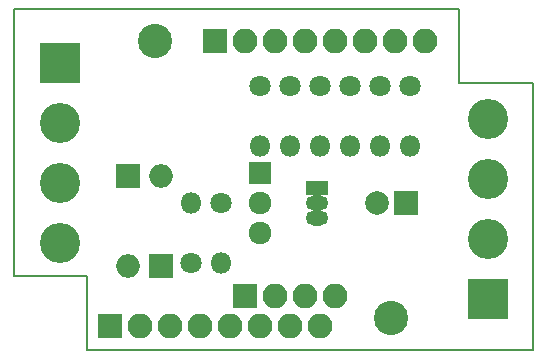
<source format=gbs>
G04 #@! TF.GenerationSoftware,KiCad,Pcbnew,5.1.4+dfsg1-1*
G04 #@! TF.CreationDate,2020-08-30T00:54:54+02:00*
G04 #@! TF.ProjectId,C64Saver2,43363453-6176-4657-9232-2e6b69636164,rev?*
G04 #@! TF.SameCoordinates,Original*
G04 #@! TF.FileFunction,Soldermask,Bot*
G04 #@! TF.FilePolarity,Negative*
%FSLAX46Y46*%
G04 Gerber Fmt 4.6, Leading zero omitted, Abs format (unit mm)*
G04 Created by KiCad (PCBNEW 5.1.4+dfsg1-1) date 2020-08-30 00:54:54*
%MOMM*%
%LPD*%
G04 APERTURE LIST*
%ADD10C,0.150000*%
%ADD11R,2.000000X2.000000*%
%ADD12C,2.000000*%
%ADD13C,3.400000*%
%ADD14R,3.400000X3.400000*%
%ADD15O,2.000000X2.000000*%
%ADD16O,1.900000X1.300000*%
%ADD17R,1.900000X1.300000*%
%ADD18R,2.100000X2.100000*%
%ADD19O,2.100000X2.100000*%
%ADD20C,2.900000*%
%ADD21C,1.800000*%
%ADD22O,1.800000X1.800000*%
%ADD23C,1.920000*%
%ADD24R,1.920000X1.920000*%
G04 APERTURE END LIST*
D10*
X140462000Y-106299000D02*
X140462000Y-83693000D01*
X146685000Y-106299000D02*
X140462000Y-106299000D01*
X146685000Y-112522000D02*
X146685000Y-106299000D01*
X184404000Y-112522000D02*
X146685000Y-112522000D01*
X184404000Y-89916000D02*
X184404000Y-112522000D01*
X178181000Y-89916000D02*
X184404000Y-89916000D01*
X178181000Y-83693000D02*
X178181000Y-89916000D01*
X140462000Y-83693000D02*
X178181000Y-83693000D01*
D11*
X173696000Y-100076000D03*
D12*
X171196000Y-100076000D03*
D13*
X144399000Y-93345000D03*
X144399000Y-98425000D03*
D14*
X144399000Y-88265000D03*
D13*
X144399000Y-103505000D03*
D11*
X152908000Y-105410000D03*
D15*
X152908000Y-97790000D03*
D11*
X150114000Y-97790000D03*
D15*
X150114000Y-105410000D03*
D13*
X180594000Y-103124000D03*
X180594000Y-98044000D03*
D14*
X180594000Y-108204000D03*
D13*
X180594000Y-92964000D03*
D16*
X166116000Y-100076000D03*
X166116000Y-101346000D03*
D17*
X166116000Y-98806000D03*
D18*
X157480000Y-86360000D03*
D19*
X160020000Y-86360000D03*
X162560000Y-86360000D03*
X165100000Y-86360000D03*
X167640000Y-86360000D03*
X170180000Y-86360000D03*
X172720000Y-86360000D03*
X175260000Y-86360000D03*
D18*
X148590000Y-110490000D03*
D19*
X151130000Y-110490000D03*
X153670000Y-110490000D03*
X156210000Y-110490000D03*
X158750000Y-110490000D03*
X161290000Y-110490000D03*
X163830000Y-110490000D03*
X166370000Y-110490000D03*
D18*
X160020000Y-107950000D03*
D19*
X162560000Y-107950000D03*
X165100000Y-107950000D03*
X167640000Y-107950000D03*
D20*
X152405080Y-86357460D03*
X172399960Y-109862620D03*
D21*
X173990000Y-90170000D03*
D22*
X173990000Y-95250000D03*
D21*
X171450000Y-90170000D03*
D22*
X171450000Y-95250000D03*
D21*
X168910000Y-90170000D03*
D22*
X168910000Y-95250000D03*
D21*
X166370000Y-90170000D03*
D22*
X166370000Y-95250000D03*
D21*
X163830000Y-90170000D03*
D22*
X163830000Y-95250000D03*
D21*
X161290000Y-90170000D03*
D22*
X161290000Y-95250000D03*
D21*
X157988000Y-100076000D03*
D22*
X157988000Y-105156000D03*
D21*
X155448000Y-105156000D03*
D22*
X155448000Y-100076000D03*
D23*
X161290000Y-100076000D03*
X161290000Y-102616000D03*
D24*
X161290000Y-97536000D03*
M02*

</source>
